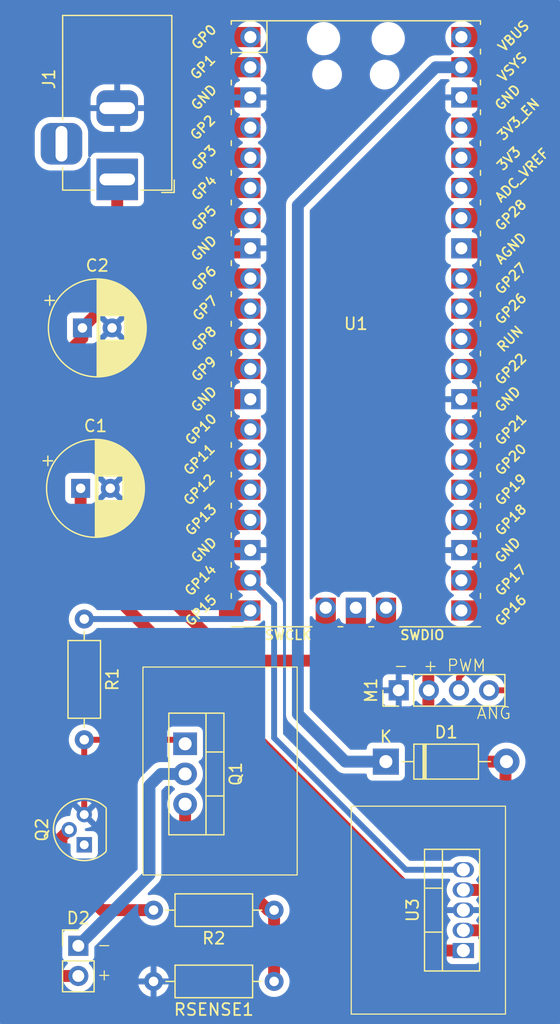
<source format=kicad_pcb>
(kicad_pcb (version 20240108) (generator "pcbnew") (generator_version "8.0")
  (layers (0 "F.Cu" signal) (31 "B.Cu" signal) (34 "B.Paste" user) (35 "F.Paste" user) (36 "B.SilkS" user "B.Silkscreen") (37 "F.SilkS" user "F.Silkscreen") (38 "B.Mask" user) (39 "F.Mask" user) (44 "Edge.Cuts" user))
  (net 0 "")
  (net 1 "GND")
  (net 2 "VCC +12V")
  (net 3 "Net-(D1-K)")
  (net 4 "Net-(D2-K)")
  (net 5 "Net-(M1-PWM)")
  (net 6 "Net-(Q1-B)")
  (net 7 "Net-(Q1-E)")
  (net 8 "Net-(Q2-B)")
  (net 9 "Net-(U1-GPIO15)")
  (net 19 "Net-(U1-GPIO14)")
  (net 43 "Net-(M1-ANG)")
  (net 44 "+5V")
  (footprint "Capacitor_THT:CP_Radial_D8.0mm_P2.50mm" (layer "F.Cu") (at 127.347349 85)
    (property "Reference" "C2" (at 1.25 -5.25 0) (layer "F.SilkS"))
    (property "Value" "10uF")
    (pad "1" thru_hole rect (at 0 0) (size 1.6 1.6) (drill 0.8) (layers "*.Cu" "*.Mask") (net 2 "VCC +12V"))
    (pad "2" thru_hole circle (at 2.5 0) (size 1.6 1.6) (drill 0.8) (layers "*.Cu" "*.Mask") (net 1 "GND"))
  )
  (footprint "Connector_BarrelJack:BarrelJack_Horizontal" (layer "F.Cu") (at 130.28 72.5 -90)
    (property "Reference" "J1" (at -8.45 5.75 90) (layer "F.SilkS"))
    (property "Value" "Barrel_Jack" (hide yes))
    (pad "1" thru_hole rect (at 0 0 270) (size 3.5 3.5) (drill oval 1 3) (layers "*.Cu" "*.Mask") (net 2 "VCC +12V"))
    (pad "2" thru_hole roundrect (at -6 0 270) (size 3 3.5) (drill oval 1 3) (layers "*.Cu" "*.Mask") (net 1 "GND"))
    (pad "3" thru_hole roundrect (at -3 4.7 270) (size 3.5 3.5) (drill oval 3 1) (layers "*.Cu" "*.Mask"))
  )
  (footprint "Connector_PinHeader_2.54mm:PinHeader_1x02_P2.54mm_Vertical" (layer "F.Cu") (at 127 137)
    (property "Reference" "D2" (at 0 -2.33 0) (layer "F.SilkS"))
    (property "Value" "12V LED Strip")
    (pad "1" thru_hole rect (at 0 0) (size 1.7 1.7) (drill 1) (layers "*.Cu" "*.Mask") (net 4 "Net-(D2-K)"))
    (pad "2" thru_hole oval (at 0 2.54) (size 1.7 1.7) (drill 1) (layers "*.Cu" "*.Mask") (net 2 "VCC +12V"))
  )
  (footprint "Resistor_THT:R_Axial_DIN0207_L6.3mm_D2.5mm_P10.16mm_Horizontal" (layer "F.Cu") (at 127.5 109.5 -90)
    (property "Reference" "R1" (at 5.08 -2.37 90) (layer "F.SilkS"))
    (property "Value" "500")
    (pad "1" thru_hole circle (at 0 0 270) (size 1.6 1.6) (drill 0.8) (layers "*.Cu" "*.Mask") (net 6 "Net-(Q1-B)"))
    (pad "2" thru_hole oval (at 10.16 0 270) (size 1.6 1.6) (drill 0.8) (layers "*.Cu" "*.Mask") (net 9 "Net-(U1-GPIO15)"))
  )
  (footprint "Package_TO_SOT_THT:TO-220-5_Vertical" (layer "F.Cu") (at 159.445 137.4 90)
    (property "Reference" "U3" (at 3.4 -4.27 90) (layer "F.SilkS"))
    (property "Value" "LM2576HVT-5" (hide yes))
    (pad "1" thru_hole rect (at 0 0 90) (size 1.275 1.8) (drill 1.1) (layers "*.Cu" "*.Mask") (net 2 "VCC +12V"))
    (pad "2" thru_hole oval (at 1.7 0 90) (size 1.275 1.8) (drill 1.1) (layers "*.Cu" "*.Mask") (net 44 "+5V"))
    (pad "3" thru_hole oval (at 3.4 0 90) (size 1.275 1.8) (drill 1.1) (layers "*.Cu" "*.Mask") (net 1 "GND"))
    (pad "4" thru_hole oval (at 5.1 0 90) (size 1.275 1.8) (drill 1.1) (layers "*.Cu" "*.Mask") (net 44 "+5V"))
    (pad "5" thru_hole oval (at 6.8 0 90) (size 1.275 1.8) (drill 1.1) (layers "*.Cu" "*.Mask") (net 19 "Net-(U1-GPIO14)"))
  )
  (footprint "Connector_PinHeader_2.54mm:PinHeader_1x04_P2.54mm_Vertical" (layer "F.Cu") (at 154 115.5 90)
    (property "Reference" "M1" (at 0 -2.33 90) (layer "F.SilkS"))
    (property "Value" "5V PWM Servo")
    (pad "1" thru_hole rect (at 0 0 90) (size 1.7 1.7) (drill 1) (layers "*.Cu" "*.Mask") (net 1 "GND"))
    (pad "2" thru_hole oval (at 0 2.54 90) (size 1.7 1.7) (drill 1) (layers "*.Cu" "*.Mask") (net 44 "+5V"))
    (pad "3" thru_hole oval (at 0 5.08 90) (size 1.7 1.7) (drill 1) (layers "*.Cu" "*.Mask") (net 5 "Net-(M1-PWM)"))
    (pad "4" thru_hole oval (at 0 7.62 90) (size 1.7 1.7) (drill 1) (layers "*.Cu" "*.Mask") (net 43 "Net-(M1-ANG)"))
  )
  (footprint "Package_TO_SOT_THT:TO-92" (layer "F.Cu") (at 127.5 128.5 90)
    (property "Reference" "Q2" (at 1.27 -3.56 90) (layer "F.SilkS"))
    (property "Value" "NPN")
    (pad "1" thru_hole rect (at 0 0 90) (size 1.3 1.3) (drill 0.75) (layers "*.Cu" "*.Mask") (net 6 "Net-(Q1-B)"))
    (pad "2" thru_hole circle (at 1.27 -1.27 90) (size 1.3 1.3) (drill 0.75) (layers "*.Cu" "*.Mask") (net 8 "Net-(Q2-B)"))
    (pad "3" thru_hole circle (at 2.54 0 90) (size 1.3 1.3) (drill 0.75) (layers "*.Cu" "*.Mask") (net 1 "GND"))
  )
  (footprint "Resistor_THT:R_Axial_DIN0207_L6.3mm_D2.5mm_P10.16mm_Horizontal" (layer "F.Cu") (at 143.5 134 180)
    (property "Reference" "R2" (at 5.08 -2.37 0) (layer "F.SilkS"))
    (property "Value" "10k")
    (pad "1" thru_hole circle (at 0 0 180) (size 1.6 1.6) (drill 0.8) (layers "*.Cu" "*.Mask") (net 7 "Net-(Q1-E)"))
    (pad "2" thru_hole oval (at 10.16 0 180) (size 1.6 1.6) (drill 0.8) (layers "*.Cu" "*.Mask") (net 8 "Net-(Q2-B)"))
  )
  (footprint "Package_TO_SOT_THT:TO-220-3_Vertical" (layer "F.Cu") (at 136 120 -90)
    (property "Reference" "Q1" (at 2.54 -4.27 90) (layer "F.SilkS"))
    (property "Value" "TIP120")
    (pad "1" thru_hole rect (at 0 0 270) (size 1.905 2) (drill 1.1) (layers "*.Cu" "*.Mask") (net 6 "Net-(Q1-B)"))
    (pad "2" thru_hole oval (at 2.54 0 270) (size 1.905 2) (drill 1.1) (layers "*.Cu" "*.Mask") (net 4 "Net-(D2-K)"))
    (pad "3" thru_hole oval (at 5.08 0 270) (size 1.905 2) (drill 1.1) (layers "*.Cu" "*.Mask") (net 7 "Net-(Q1-E)"))
  )
  (footprint "Diode_THT:D_DO-41_SOD81_P10.16mm_Horizontal" (layer "F.Cu") (at 152.92 121.5)
    (property "Reference" "D1" (at 5.08 -2.47 0) (layer "F.SilkS"))
    (property "Value" "40V")
    (fp_text user "K" (at 0 -2.1 0) (layer "F.SilkS"))
    (pad "1" thru_hole rect (at 0 0) (size 2.2 2.2) (drill 1.1) (layers "*.Cu" "*.Mask") (net 3 "Net-(D1-K)"))
    (pad "2" thru_hole oval (at 10.16 0) (size 2.2 2.2) (drill 1.1) (layers "*.Cu" "*.Mask") (net 44 "+5V"))
  )
  (footprint "custom_footprints:RPi_Pico_SMD_TH" (layer "F.Cu") (at 150.39 84.65)
    (property "Reference" "U1" (at 0 0 0) (layer "F.SilkS"))
    (property "Value" "Pico")
    (fp_text user "GP9" (at -12.8 3.81 45) (layer "F.SilkS") (effects (font (size 0.8 0.8))))
    (fp_text user "ADC_VREF" (at 14 -12.5 45) (layer "F.SilkS") (effects (font (size 0.8 0.8))))
    (fp_text user "GP21" (at 13.054 8.9 45) (layer "F.SilkS") (effects (font (size 0.8 0.8))))
    (fp_text user "VBUS" (at 13.3 -24.2 45) (layer "F.SilkS") (effects (font (size 0.8 0.8))))
    (fp_text user "GP18" (at 13.054 16.51 45) (layer "F.SilkS") (effects (font (size 0.8 0.8))))
    (fp_text user "GND" (at -12.8 6.35 45) (layer "F.SilkS") (effects (font (size 0.8 0.8))))
    (fp_text user "GP28" (at 13.054 -9.144 45) (layer "F.SilkS") (effects (font (size 0.8 0.8))))
    (fp_text user "GP10" (at -13.054 8.89 45) (layer "F.SilkS") (effects (font (size 0.8 0.8))))
    (fp_text user "GP15" (at -13.054 24.13 45) (layer "F.SilkS") (effects (font (size 0.8 0.8))))
    (fp_text user "GND" (at -12.8 -6.35 45) (layer "F.SilkS") (effects (font (size 0.8 0.8))))
    (fp_text user "GP0" (at -12.8 -24.13 45) (layer "F.SilkS") (effects (font (size 0.8 0.8))))
    (fp_text user "GP6" (at -12.8 -3.81 45) (layer "F.SilkS") (effects (font (size 0.8 0.8))))
    (fp_text user "GND" (at 12.8 6.35 45) (layer "F.SilkS") (effects (font (size 0.8 0.8))))
    (fp_text user "GP2" (at -12.9 -16.51 45) (layer "F.SilkS") (effects (font (size 0.8 0.8))))
    (fp_text user "GP22" (at 13.054 3.81 45) (layer "F.SilkS") (effects (font (size 0.8 0.8))))
    (fp_text user "GP14" (at -13.1 21.59 45) (layer "F.SilkS") (effects (font (size 0.8 0.8))))
    (fp_text user "3V3_EN" (at 13.7 -17.2 45) (layer "F.SilkS") (effects (font (size 0.8 0.8))))
    (fp_text user "GP4" (at -12.8 -11.43 45) (layer "F.SilkS") (effects (font (size 0.8 0.8))))
    (fp_text user "GP11" (at -13.2 11.43 45) (layer "F.SilkS") (effects (font (size 0.8 0.8))))
    (fp_text user "SWCLK" (at -5.7 26.2 0) (layer "F.SilkS") (effects (font (size 0.8 0.8))))
    (fp_text user "SWDIO" (at 5.6 26.2 0) (layer "F.SilkS") (effects (font (size 0.8 0.8))))
    (fp_text user "GP26" (at 13.054 -1.27 45) (layer "F.SilkS") (effects (font (size 0.8 0.8))))
    (fp_text user "GP17" (at 13.054 21.59 45) (layer "F.SilkS") (effects (font (size 0.8 0.8))))
    (fp_text user "GP12" (at -13.2 13.97 45) (layer "F.SilkS") (effects (font (size 0.8 0.8))))
    (fp_text user "RUN" (at 13 1.27 45) (layer "F.SilkS") (effects (font (size 0.8 0.8))))
    (fp_text user "GP1" (at -12.9 -21.6 45) (layer "F.SilkS") (effects (font (size 0.8 0.8))))
    (fp_text user "VSYS" (at 13.2 -21.59 45) (layer "F.SilkS") (effects (font (size 0.8 0.8))))
    (fp_text user "GP7" (at -12.7 -1.3 45) (layer "F.SilkS") (effects (font (size 0.8 0.8))))
    (fp_text user "GND" (at 12.8 19.05 45) (layer "F.SilkS") (effects (font (size 0.8 0.8))))
    (fp_text user "GND" (at -12.8 -19.05 45) (layer "F.SilkS") (effects (font (size 0.8 0.8))))
    (fp_text user "GND" (at 12.8 -19.05 45) (layer "F.SilkS") (effects (font (size 0.8 0.8))))
    (fp_text user "GP3" (at -12.8 -13.97 45) (layer "F.SilkS") (effects (font (size 0.8 0.8))))
    (fp_text user "GP8" (at -12.8 1.27 45) (layer "F.SilkS") (effects (font (size 0.8 0.8))))
    (fp_text user "GP16" (at 13.054 24.13 45) (layer "F.SilkS") (effects (font (size 0.8 0.8))))
    (fp_text user "AGND" (at 13.054 -6.35 45) (layer "F.SilkS") (effects (font (size 0.8 0.8))))
    (fp_text user "GP19" (at 13.054 13.97 45) (layer "F.SilkS") (effects (font (size 0.8 0.8))))
    (fp_text user "3V3" (at 12.9 -13.9 45) (layer "F.SilkS") (effects (font (size 0.8 0.8))))
    (fp_text user "GND" (at -12.8 19.05 45) (layer "F.SilkS") (effects (font (size 0.8 0.8))))
    (fp_text user "GP20" (at 13.054 11.43 45) (layer "F.SilkS") (effects (font (size 0.8 0.8))))
    (fp_text user "GP13" (at -13.054 16.51 45) (layer "F.SilkS") (effects (font (size 0.8 0.8))))
    (fp_text user "GP5" (at -12.8 -8.89 45) (layer "F.SilkS") (effects (font (size 0.8 0.8))))
    (fp_text user "GP27" (at 13.054 -3.8 45) (layer "F.SilkS") (effects (font (size 0.8 0.8))))
    (pad "" np_thru_hole oval (at -2.725 -24) (size 1.8 1.8) (drill 1.8) (layers "*.Cu" "*.Mask"))
    (pad "" np_thru_hole oval (at -2.425 -20.97) (size 1.5 1.5) (drill 1.5) (layers "*.Cu" "*.Mask"))
    (pad "" np_thru_hole oval (at 2.425 -20.97) (size 1.5 1.5) (drill 1.5) (layers "*.Cu" "*.Mask"))
    (pad "" np_thru_hole oval (at 2.725 -24) (size 1.8 1.8) (drill 1.8) (layers "*.Cu" "*.Mask"))
    (pad "1" thru_hole oval (at -8.89 -24.13) (size 1.7 1.7) (drill 1.02) (layers "*.Cu" "*.Mask"))
    (pad "1" smd rect (at -8.89 -24.13) (size 3.5 1.7) (drill (offset -0.9 0)) (layers "F.Cu" "F.Mask"))
    (pad "2" thru_hole oval (at -8.89 -21.59) (size 1.7 1.7) (drill 1.02) (layers "*.Cu" "*.Mask"))
    (pad "2" smd rect (at -8.89 -21.59) (size 3.5 1.7) (drill (offset -0.9 0)) (layers "F.Cu" "F.Mask"))
    (pad "3" thru_hole rect (at -8.89 -19.05) (size 1.7 1.7) (drill 1.02) (layers "*.Cu" "*.Mask") (net 1 "GND"))
    (pad "3" smd rect (at -8.89 -19.05) (size 3.5 1.7) (drill (offset -0.9 0)) (layers "F.Cu" "F.Mask") (net 1 "GND"))
    (pad "4" thru_hole oval (at -8.89 -16.51) (size 1.7 1.7) (drill 1.02) (layers "*.Cu" "*.Mask"))
    (pad "4" smd rect (at -8.89 -16.51) (size 3.5 1.7) (drill (offset -0.9 0)) (layers "F.Cu" "F.Mask"))
    (pad "5" thru_hole oval (at -8.89 -13.97) (size 1.7 1.7) (drill 1.02) (layers "*.Cu" "*.Mask"))
    (pad "5" smd rect (at -8.89 -13.97) (size 3.5 1.7) (drill (offset -0.9 0)) (layers "F.Cu" "F.Mask"))
    (pad "6" thru_hole oval (at -8.89 -11.43) (size 1.7 1.7) (drill 1.02) (layers "*.Cu" "*.Mask"))
    (pad "6" smd rect (at -8.89 -11.43) (size 3.5 1.7) (drill (offset -0.9 0)) (layers "F.Cu" "F.Mask"))
    (pad "7" thru_hole oval (at -8.89 -8.89) (size 1.7 1.7) (drill 1.02) (layers "*.Cu" "*.Mask"))
    (pad "7" smd rect (at -8.89 -8.89) (size 3.5 1.7) (drill (offset -0.9 0)) (layers "F.Cu" "F.Mask"))
    (pad "8" thru_hole rect (at -8.89 -6.35) (size 1.7 1.7) (drill 1.02) (layers "*.Cu" "*.Mask") (net 1 "GND"))
    (pad "8" smd rect (at -8.89 -6.35) (size 3.5 1.7) (drill (offset -0.9 0)) (layers "F.Cu" "F.Mask") (net 1 "GND"))
    (pad "9" thru_hole oval (at -8.89 -3.81) (size 1.7 1.7) (drill 1.02) (layers "*.Cu" "*.Mask"))
    (pad "9" smd rect (at -8.89 -3.81) (size 3.5 1.7) (drill (offset -0.9 0)) (layers "F.Cu" "F.Mask"))
    (pad "10" thru_hole oval (at -8.89 -1.27) (size 1.7 1.7) (drill 1.02) (layers "*.Cu" "*.Mask"))
    (pad "10" smd rect (at -8.89 -1.27) (size 3.5 1.7) (drill (offset -0.9 0)) (layers "F.Cu" "F.Mask"))
    (pad "11" thru_hole oval (at -8.89 1.27) (size 1.7 1.7) (drill 1.02) (layers "*.Cu" "*.Mask"))
    (pad "11" smd rect (at -8.89 1.27) (size 3.5 1.7) (drill (offset -0.9 0)) (layers "F.Cu" "F.Mask"))
    (pad "12" thru_hole oval (at -8.89 3.81) (size 1.7 1.7) (drill 1.02) (layers "*.Cu" "*.Mask"))
    (pad "12" smd rect (at -8.89 3.81) (size 3.5 1.7) (drill (offset -0.9 0)) (layers "F.Cu" "F.Mask"))
    (pad "13" thru_hole rect (at -8.89 6.35) (size 1.7 1.7) (drill 1.02) (layers "*.Cu" "*.Mask"))
    (pad "13" smd rect (at -8.89 6.35) (size 3.5 1.7) (drill (offset -0.9 0)) (layers "F.Cu" "F.Mask"))
    (pad "14" thru_hole oval (at -8.89 8.89) (size 1.7 1.7) (drill 1.02) (layers "*.Cu" "*.Mask"))
    (pad "14" smd rect (at -8.89 8.89) (size 3.5 1.7) (drill (offset -0.9 0)) (layers "F.Cu" "F.Mask"))
    (pad "15" thru_hole oval (at -8.89 11.43) (size 1.7 1.7) (drill 1.02) (layers "*.Cu" "*.Mask"))
    (pad "15" smd rect (at -8.89 11.43) (size 3.5 1.7) (drill (offset -0.9 0)) (layers "F.Cu" "F.Mask"))
    (pad "16" thru_hole oval (at -8.89 13.97) (size 1.7 1.7) (drill 1.02) (layers "*.Cu" "*.Mask"))
    (pad "16" smd rect (at -8.89 13.97) (size 3.5 1.7) (drill (offset -0.9 0)) (layers "F.Cu" "F.Mask"))
    (pad "17" thru_hole oval (at -8.89 16.51) (size 1.7 1.7) (drill 1.02) (layers "*.Cu" "*.Mask"))
    (pad "17" smd rect (at -8.89 16.51) (size 3.5 1.7) (drill (offset -0.9 0)) (layers "F.Cu" "F.Mask"))
    (pad "18" thru_hole rect (at -8.89 19.05) (size 1.7 1.7) (drill 1.02) (layers "*.Cu" "*.Mask") (net 1 "GND"))
    (pad "18" smd rect (at -8.89 19.05) (size 3.5 1.7) (drill (offset -0.9 0)) (layers "F.Cu" "F.Mask") (net 1 "GND"))
    (pad "19" thru_hole oval (at -8.89 21.59) (size 1.7 1.7) (drill 1.02) (layers "*.Cu" "*.Mask") (net 19 "Net-(U1-GPIO14)"))
    (pad "19" smd rect (at -8.89 21.59) (size 3.5 1.7) (drill (offset -0.9 0)) (layers "F.Cu" "F.Mask") (net 19 "Net-(U1-GPIO14)"))
    (pad "20" thru_hole oval (at -8.89 24.13) (size 1.7 1.7) (drill 1.02) (layers "*.Cu" "*.Mask") (net 9 "Net-(U1-GPIO15)"))
    (pad "20" smd rect (at -8.89 24.13) (size 3.5 1.7) (drill (offset -0.9 0)) (layers "F.Cu" "F.Mask") (net 9 "Net-(U1-GPIO15)"))
    (pad "21" thru_hole oval (at 8.89 24.13) (size 1.7 1.7) (drill 1.02) (layers "*.Cu" "*.Mask"))
    (pad "21" smd rect (at 8.89 24.13) (size 3.5 1.7) (drill (offset 0.9 0)) (layers "F.Cu" "F.Mask"))
    (pad "22" thru_hole oval (at 8.89 21.59) (size 1.7 1.7) (drill 1.02) (layers "*.Cu" "*.Mask"))
    (pad "22" smd rect (at 8.89 21.59) (size 3.5 1.7) (drill (offset 0.9 0)) (layers "F.Cu" "F.Mask"))
    (pad "23" thru_hole rect (at 8.89 19.05) (size 1.7 1.7) (drill 1.02) (layers "*.Cu" "*.Mask") (net 1 "GND"))
    (pad "23" smd rect (at 8.89 19.05) (size 3.5 1.7) (drill (offset 0.9 0)) (layers "F.Cu" "F.Mask") (net 1 "GND"))
    (pad "24" thru_hole oval (at 8.89 16.51) (size 1.7 1.7) (drill 1.02) (layers "*.Cu" "*.Mask"))
    (pad "24" smd rect (at 8.89 16.51) (size 3.5 1.7) (drill (offset 0.9 0)) (layers "F.Cu" "F.Mask"))
    (pad "25" thru_hole oval (at 8.89 13.97) (size 1.7 1.7) (drill 1.02) (layers "*.Cu" "*.Mask"))
    (pad "25" smd rect (at 8.89 13.97) (size 3.5 1.7) (drill (offset 0.9 0)) (layers "F.Cu" "F.Mask"))
    (pad "26" thru_hole oval (at 8.89 11.43) (size 1.7 1.7) (drill 1.02) (layers "*.Cu" "*.Mask"))
    (pad "26" smd rect (at 8.89 11.43) (size 3.5 1.7) (drill (offset 0.9 0)) (layers "F.Cu" "F.Mask"))
    (pad "27" thru_hole oval (at 8.89 8.89) (size 1.7 1.7) (drill 1.02) (layers "*.Cu" "*.Mask"))
    (pad "27" smd rect (at 8.89 8.89) (size 3.5 1.7) (drill (offset 0.9 0)) (layers "F.Cu" "F.Mask"))
    (pad "28" thru_hole rect (at 8.89 6.35) (size 1.7 1.7) (drill 1.02) (layers "*.Cu" "*.Mask") (net 1 "GND"))
    (pad "28" smd rect (at 8.89 6.35) (size 3.5 1.7) (drill (offset 0.9 0)) (layers "F.Cu" "F.Mask") (net 1 "GND"))
    (pad "29" thru_hole oval (at 8.89 3.81) (size 1.7 1.7) (drill 1.02) (layers "*.Cu" "*.Mask") (net 5 "Net-(M1-PWM)"))
    (pad "29" smd rect (at 8.89 3.81) (size 3.5 1.7) (drill (offset 0.9 0)) (layers "F.Cu" "F.Mask") (net 5 "Net-(M1-PWM)"))
    (pad "30" thru_hole oval (at 8.89 1.27) (size 1.7 1.7) (drill 1.02) (layers "*.Cu" "*.Mask"))
    (pad "30" smd rect (at 8.89 1.27) (size 3.5 1.7) (drill (offset 0.9 0)) (layers "F.Cu" "F.Mask"))
    (pad "31" thru_hole oval (at 8.89 -1.27) (size 1.7 1.7) (drill 1.02) (layers "*.Cu" "*.Mask"))
    (pad "31" smd rect (at 8.89 -1.27) (size 3.5 1.7) (drill (offset 0.9 0)) (layers "F.Cu" "F.Mask"))
    (pad "32" thru_hole oval (at 8.89 -3.81) (size 1.7 1.7) (drill 1.02) (layers "*.Cu" "*.Mask"))
    (pad "32" smd rect (at 8.89 -3.81) (size 3.5 1.7) (drill (offset 0.9 0)) (layers "F.Cu" "F.Mask"))
    (pad "33" thru_hole rect (at 8.89 -6.35) (size 1.7 1.7) (drill 1.02) (layers "*.Cu" "*.Mask"))
    (pad "33" smd rect (at 8.89 -6.35) (size 3.5 1.7) (drill (offset 0.9 0)) (layers "F.Cu" "F.Mask"))
    (pad "34" thru_hole oval (at 8.89 -8.89) (size 1.7 1.7) (drill 1.02) (layers "*.Cu" "*.Mask") (net 43 "Net-(M1-ANG)"))
    (pad "34" smd rect (at 8.89 -8.89) (size 3.5 1.7) (drill (offset 0.9 0)) (layers "F.Cu" "F.Mask") (net 43 "Net-(M1-ANG)"))
    (pad "35" thru_hole oval (at 8.89 -11.43) (size 1.7 1.7) (drill 1.02) (layers "*.Cu" "*.Mask"))
    (pad "35" smd rect (at 8.89 -11.43) (size 3.5 1.7) (drill (offset 0.9 0)) (layers "F.Cu" "F.Mask"))
    (pad "36" thru_hole oval (at 8.89 -13.97) (size 1.7 1.7) (drill 1.02) (layers "*.Cu" "*.Mask"))
    (pad "36" smd rect (at 8.89 -13.97) (size 3.5 1.7) (drill (offset 0.9 0)) (layers "F.Cu" "F.Mask"))
    (pad "37" thru_hole oval (at 8.89 -16.51) (size 1.7 1.7) (drill 1.02) (layers "*.Cu" "*.Mask"))
    (pad "37" smd rect (at 8.89 -16.51) (size 3.5 1.7) (drill (offset 0.9 0)) (layers "F.Cu" "F.Mask"))
    (pad "38" thru_hole rect (at 8.89 -19.05) (size 1.7 1.7) (drill 1.02) (layers "*.Cu" "*.Mask") (net 1 "GND"))
    (pad "38" smd rect (at 8.89 -19.05) (size 3.5 1.7) (drill (offset 0.9 0)) (layers "F.Cu" "F.Mask") (net 1 "GND"))
    (pad "39" thru_hole oval (at 8.89 -21.59) (size 1.7 1.7) (drill 1.02) (layers "*.Cu" "*.Mask") (net 3 "Net-(D1-K)"))
    (pad "39" smd rect (at 8.89 -21.59) (size 3.5 1.7) (drill (offset 0.9 0)) (layers "F.Cu" "F.Mask") (net 3 "Net-(D1-K)"))
    (pad "40" thru_hole oval (at 8.89 -24.13) (size 1.7 1.7) (drill 1.02) (layers "*.Cu" "*.Mask"))
    (pad "40" smd rect (at 8.89 -24.13) (size 3.5 1.7) (drill (offset 0.9 0)) (layers "F.Cu" "F.Mask"))
    (pad "41" thru_hole oval (at -2.54 23.9) (size 1.7 1.7) (drill 1.02) (layers "*.Cu" "*.Mask"))
    (pad "41" smd rect (at -2.54 23.9 90) (size 3.5 1.7) (drill (offset -0.9 0)) (layers "F.Cu" "F.Mask"))
    (pad "42" thru_hole rect (at 0 23.9) (size 1.7 1.7) (drill 1.02) (layers "*.Cu" "*.Mask"))
    (pad "42" smd rect (at 0 23.9 90) (size 3.5 1.7) (drill (offset -0.9 0)) (layers "F.Cu" "F.Mask"))
    (pad "43" thru_hole oval (at 2.54 23.9) (size 1.7 1.7) (drill 1.02) (layers "*.Cu" "*.Mask"))
    (pad "43" smd rect (at 2.54 23.9 90) (size 3.5 1.7) (drill (offset -0.9 0)) (layers "F.Cu" "F.Mask"))
  )
  (footprint "Capacitor_THT:CP_Radial_D8.0mm_P2.50mm" (layer "F.Cu") (at 127.194698 98.5)
    (property "Reference" "C1" (at 1.25 -5.25 0) (layer "F.SilkS"))
    (property "Value" "100uF")
    (pad "1" thru_hole rect (at 0 0) (size 1.6 1.6) (drill 0.8) (layers "*.Cu" "*.Mask") (net 44 "+5V"))
    (pad "2" thru_hole circle (at 2.5 0) (size 1.6 1.6) (drill 0.8) (layers "*.Cu" "*.Mask") (net 1 "GND"))
  )
  (footprint "Resistor_THT:R_Axial_DIN0207_L6.3mm_D2.5mm_P10.16mm_Horizontal" (layer "F.Cu") (at 143.5 140 180)
    (property "Reference" "RSENSE1" (at 5.08 -2.37 0) (layer "F.SilkS"))
    (property "Value" "2")
    (pad "1" thru_hole circle (at 0 0 180) (size 1.6 1.6) (drill 0.8) (layers "*.Cu" "*.Mask") (net 7 "Net-(Q1-E)"))
    (pad "2" thru_hole oval (at 10.16 0 180) (size 1.6 1.6) (drill 0.8) (layers "*.Cu" "*.Mask") (net 1 "GND"))
  )
  (gr_rect (start 120.5 57.5) (end 167.5 143.5) (stroke (width 0.2)) (fill none) (layer "B.Cu") (net 1))
  (gr_rect (start 150 125.25) (end 163 142.75) (stroke (width 0.1)) (fill none) (layer "F.SilkS"))
  (gr_rect (start 132.445 113.54) (end 145.445 131.04) (stroke (width 0.1)) (fill none) (layer "F.SilkS"))
  (gr_text "ANG" (at 160.5 118 0) (layer "F.SilkS") (effects (font (size 1 1) (thickness 0.1)) (justify left bottom)))
  (gr_text "+" (at 156 114 0) (layer "F.SilkS") (effects (font (size 1 1) (thickness 0.1)) (justify left bottom)))
  (gr_text "-" (at 128.5 137.5 0) (layer "F.SilkS") (effects (font (size 1 1) (thickness 0.1)) (justify left bottom)))
  (gr_text "-" (at 153.5 114 0) (layer "F.SilkS") (effects (font (size 1 1) (thickness 0.1)) (justify left bottom)))
  (gr_text "+" (at 128.5 140 0) (layer "F.SilkS") (effects (font (size 1 1) (thickness 0.1)) (justify left bottom)))
  (gr_text "PWM" (at 158 114 0) (layer "F.SilkS") (effects (font (size 1 1) (thickness 0.1)) (justify left bottom)))
  (segment (start 130.28 66.5) (end 130.03 66.25) (width 1) (layer "F.Cu") (net 1))
  (segment (start 130.28 72.5) (end 130.28 82.067349) (width 1) (layer "F.Cu") (net 2))
  (segment (start 123 138) (end 124.54 139.54) (width 1) (layer "F.Cu") (net 2))
  (segment (start 123 100.5) (end 154.5 132) (width 1) (layer "F.Cu") (net 2))
  (segment (start 123 90.194698) (end 123 100.5) (width 1) (layer "F.Cu") (net 2))
  (segment (start 127.347349 85) (end 127.347349 85.847349) (width 1) (layer "F.Cu") (net 2))
  (segment (start 124.54 139.54) (end 127 139.54) (width 1) (layer "F.Cu") (net 2))
  (segment (start 154.5 132) (end 154.5 135.5) (width 1) (layer "F.Cu") (net 2))
  (segment (start 130.28 82.067349) (end 127.347349 85) (width 1) (layer "F.Cu") (net 2))
  (segment (start 127.347349 85.847349) (end 123 90.194698) (width 1) (layer "F.Cu") (net 2))
  (segment (start 123 100.5) (end 123 138) (width 1) (layer "F.Cu") (net 2))
  (segment (start 156.4 137.4) (end 159.445 137.4) (width 1) (layer "F.Cu") (net 2))
  (segment (start 154.5 135.5) (end 156.4 137.4) (width 1) (layer "F.Cu") (net 2))
  (segment (start 145.5 74.68) (end 157.12 63.06) (width 1) (layer "B.Cu") (net 3))
  (segment (start 149.5 121.5) (end 152.92 121.5) (width 1) (layer "B.Cu") (net 3))
  (segment (start 157.12 63.06) (end 159.28 63.06) (width 1) (layer "B.Cu") (net 3))
  (segment (start 149.5 121.5) (end 145.5 117.5) (width 1) (layer "B.Cu") (net 3))
  (segment (start 145.5 117.5) (end 145.5 74.68) (width 1) (layer "B.Cu") (net 3))
  (segment (start 133 123.5) (end 133.96 122.54) (width 1) (layer "B.Cu") (net 4))
  (segment (start 133.96 122.54) (end 136 122.54) (width 1) (layer "B.Cu") (net 4))
  (segment (start 127 137) (end 133 131) (width 1) (layer "B.Cu") (net 4))
  (segment (start 133 131) (end 133 123.5) (width 1) (layer "B.Cu") (net 4))
  (segment (start 164 91.32) (end 161.14 88.46) (width 0.5) (layer "F.Cu") (net 5))
  (segment (start 159.08 115.5) (end 159.08 114.42) (width 0.5) (layer "F.Cu") (net 5))
  (segment (start 161.14 88.46) (end 159.28 88.46) (width 0.5) (layer "F.Cu") (net 5))
  (segment (start 164 109.5) (end 164 91.32) (width 0.5) (layer "F.Cu") (net 5))
  (segment (start 159.08 114.42) (end 164 109.5) (width 0.5) (layer "F.Cu") (net 5))
  (segment (start 135.66 119.66) (end 136 120) (width 0.5) (layer "F.Cu") (net 6))
  (segment (start 127.5 119.66) (end 127.5 126) (width 0.5) (layer "F.Cu") (net 6))
  (segment (start 127.5 119.66) (end 135.66 119.66) (width 0.5) (layer "F.Cu") (net 6))
  (segment (start 143.5 134) (end 143 134) (width 1) (layer "F.Cu") (net 7))
  (segment (start 143 134) (end 136 127) (width 1) (layer "F.Cu") (net 7))
  (segment (start 136 127) (end 136 125.08) (width 1) (layer "F.Cu") (net 7))
  (segment (start 143.5 134) (end 143.5 140) (width 1) (layer "F.Cu") (net 7))
  (segment (start 126.23 127.23) (end 125.580001 127.879999) (width 1) (layer "F.Cu") (net 8))
  (segment (start 125.580001 127.879999) (end 125.580001 130.580001) (width 1) (layer "F.Cu") (net 8))
  (segment (start 129 134) (end 133.34 134) (width 1) (layer "F.Cu") (net 8))
  (segment (start 125.580001 130.580001) (end 129 134) (width 1) (layer "F.Cu") (net 8))
  (segment (start 140.78 109.5) (end 141.5 108.78) (width 0.5) (layer "B.Cu") (net 9))
  (segment (start 127.5 109.5) (end 140.78 109.5) (width 0.5) (layer "B.Cu") (net 9))
  (segment (start 143.5 108.24) (end 143.5 119.5) (width 0.5) (layer "B.Cu") (net 19))
  (segment (start 154.6 130.6) (end 159.445 130.6) (width 0.5) (layer "B.Cu") (net 19))
  (segment (start 143.5 119.5) (end 154.6 130.6) (width 0.5) (layer "B.Cu") (net 19))
  (segment (start 141.5 106.24) (end 143.5 108.24) (width 0.5) (layer "B.Cu") (net 19))
  (segment (start 161.62 115.5) (end 163.04 115.5) (width 0.5) (layer "F.Cu") (net 43))
  (segment (start 166 112.54) (end 166 78.52) (width 0.5) (layer "F.Cu") (net 43))
  (segment (start 163.24 75.76) (end 159.28 75.76) (width 0.5) (layer "F.Cu") (net 43))
  (segment (start 163.04 115.5) (end 166 112.54) (width 0.5) (layer "F.Cu") (net 43))
  (segment (start 166 78.52) (end 163.24 75.76) (width 0.5) (layer "F.Cu") (net 43))
  (segment (start 163.08 121.5) (end 163 121.58) (width 1) (layer "F.Cu") (net 44))
  (segment (start 156.5 113.5) (end 156 113) (width 1) (layer "F.Cu") (net 44))
  (segment (start 159.445 132.3) (end 162.8 132.3) (width 1) (layer "F.Cu") (net 44))
  (segment (start 163 135.5) (end 162.8 135.7) (width 0.5) (layer "F.Cu") (net 44))
  (segment (start 156 113) (end 144.92 113) (width 1) (layer "F.Cu") (net 44))
  (segment (start 162.8 135.7) (end 159.445 135.7) (width 1) (layer "F.Cu") (net 44))
  (segment (start 140 113) (end 127.194698 100.194698) (width 1) (layer "F.Cu") (net 44))
  (segment (start 144.92 113) (end 140 113) (width 1) (layer "F.Cu") (net 44))
  (segment (start 162.8 132.3) (end 163 132.5) (width 0.5) (layer "F.Cu") (net 44))
  (segment (start 156.5 117.87104) (end 156.5 113.5) (width 1) (layer "F.Cu") (net 44))
  (segment (start 127.194698 100.194698) (end 127.194698 98.5) (width 1) (layer "F.Cu") (net 44))
  (segment (start 163 132.5) (end 163 135.5) (width 1) (layer "F.Cu") (net 44))
  (segment (start 162.757919 121.5) (end 160.12896 121.5) (width 1) (layer "F.Cu") (net 44))
  (segment (start 163 121.58) (end 163 132.5) (width 1) (layer "F.Cu") (net 44))
  (segment (start 160.12896 121.5) (end 156.5 117.87104) (width 1) (layer "F.Cu") (net 44))
  (zone (net 1) (net_name "GND") (layer "B.Cu") (connect_pads (clearance 0.5)) (min_thickness 0.25) (fill yes (thermal_gap 0.5) (thermal_bridge_width 0.5))
    (polygon (pts (xy 167.5 57.5) (xy 120.5 57.5) (xy 120.5 143.5) (xy 167.5 143.5)))
  )
)
</source>
